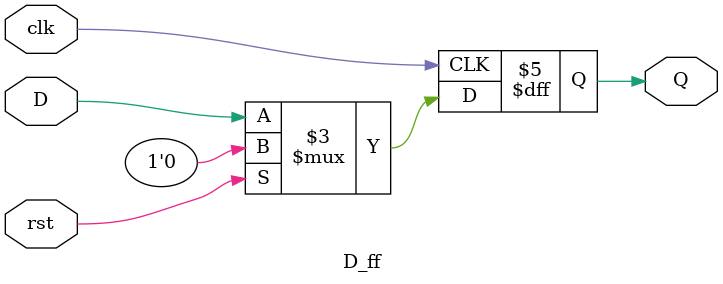
<source format=v>
module D_ff(D,clk,rst,Q);
input D,clk,rst;
output reg Q;

always @(posedge clk)
   begin
     if(rst)
	 Q <= 1'b0;
     else
	 Q <= D;
   end
endmodule

</source>
